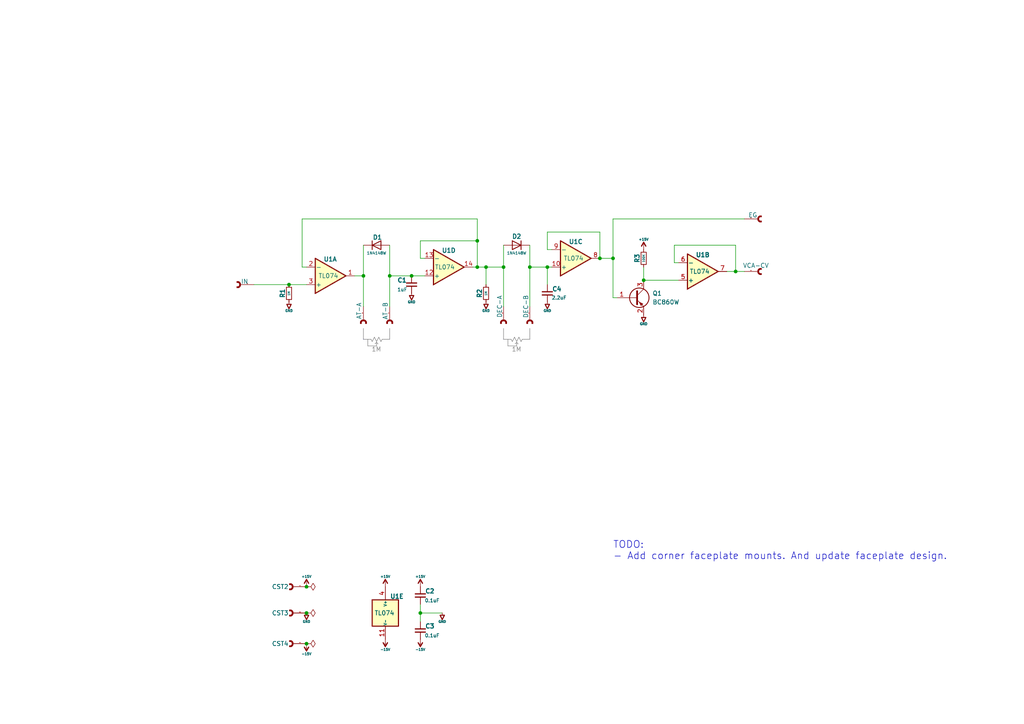
<source format=kicad_sch>
(kicad_sch (version 20250114) (generator "eeschema") (generator_version "9.0")
  (paper "A4")
  (title_block (title "CHIPz - Envelope Gate") (date "2025-11-22") (rev "B") (company "Circuit Monkey") (comment 1 "Based upon a Moog EG"))
  (lib_symbols
    (symbol "CM_Connector_Generic:cast-01" (in_bom no)
      (property "Reference" "CST" (at -5.08 0 0))
      (symbol "cast-01_1_1"
        (polyline (pts (xy -2.5 1) (xy -1.875 1) (xy -1.5 0.75) (xy -1.25 0.375) (xy -1.25 -0.375) (xy -1.5 -0.75) (xy -1.875 -1) (xy -2.5 -1) (xy -2.5 -0.5) (xy -2 -0.5) (xy -1.75 -0.25) (xy -1.75 0.25) (xy -2 0.5) (xy -2.5 0.5) (xy -2.5 1)) (stroke (width -0.0001) (color 194 0 0 1)) (fill (type color) (color 132 0 0 1)))
        (pin passive line (at 2.54 0 180) (length 3.81) (name "") (number "1"))
      )
    )
    (symbol "CM_Device:C" (pin_numbers (hide yes)) (pin_names (offset 0.254) (hide yes))
      (property "Reference" "C" (at 1.27 1.27 0))
      (property "Value" "xxuF" (at 1.2687 -1.4475 0))
      (symbol "C_1_1"
        (rectangle (start -1.6 0.633) (end 1.6 0.303) (stroke (width -0.0001)) (fill (type outline)))
        (rectangle (start -1.6 -0.3) (end 1.6 -0.63) (stroke (width -0.0001)) (fill (type outline)))
        (pin passive line (at 0 2.54 270) (length 2.032) (name "~") (number "1"))
        (pin passive line (at 0 -2.54 90) (length 2.032) (name "~") (number "2"))
      )
    )
    (symbol "CM_Device:R" (pin_numbers (hide yes)) (pin_names (offset 0.254) (hide yes))
      (property "Reference" "R" (at 1.875 0 90))
      (property "Value" "VAL" (at 0 0 90))
      (symbol "R_0_1"
        (rectangle (start -0.762 1.778) (end 0.762 -1.778) (stroke (width 0.2032)))
      )
      (symbol "R_1_1"
        (pin passive line (at 0 2.54 270) (length 0.762) (name "~") (number "1"))
        (pin passive line (at 0 -2.54 90) (length 0.762) (name "~") (number "2"))
      )
    )
    (symbol "CM_Op-Amp:TL074" (pin_names (offset 0.127))
      (property "Reference" "U" (at -0.561 4.6406 0))
      (property "Value" "TL074" (at 2.1652 -2.9799 0))
      (symbol "TL074_1_1"
        (polyline (pts (xy -3.81 5.08) (xy 5.08 0) (xy -3.81 -5.08) (xy -3.81 5.08)) (stroke (width 0.33)) (fill (type background)))
        (pin input line (at -6.35 2.54 0) (length 2.54) (name "+") (number "3"))
        (pin input line (at -6.35 -2.54 0) (length 2.54) (name "-") (number "2"))
        (pin output line (at 7.62 0 180) (length 2.54) (name "~") (number "1"))
      )
      (symbol "TL074_2_1"
        (polyline (pts (xy -3.81 5.08) (xy 5.08 0) (xy -3.81 -5.08) (xy -3.81 5.08)) (stroke (width 0.33)) (fill (type background)))
        (pin input line (at -6.35 2.54 0) (length 2.54) (name "+") (number "5"))
        (pin input line (at -6.35 -2.54 0) (length 2.54) (name "-") (number "6"))
        (pin output line (at 7.62 0 180) (length 2.54) (name "~") (number "7"))
      )
      (symbol "TL074_3_1"
        (polyline (pts (xy -3.81 5.08) (xy 5.08 0) (xy -3.81 -5.08) (xy -3.81 5.08)) (stroke (width 0.33)) (fill (type background)))
        (pin input line (at -6.35 2.54 0) (length 2.54) (name "+") (number "10"))
        (pin input line (at -6.35 -2.54 0) (length 2.54) (name "-") (number "9"))
        (pin output line (at 7.62 0 180) (length 2.54) (name "~") (number "8"))
      )
      (symbol "TL074_4_1"
        (polyline (pts (xy -3.81 5.08) (xy 5.08 0) (xy -3.81 -5.08) (xy -3.81 5.08)) (stroke (width 0.33)) (fill (type background)))
        (pin input line (at -6.35 2.54 0) (length 2.54) (name "+") (number "12"))
        (pin input line (at -6.35 -2.54 0) (length 2.54) (name "-") (number "13"))
        (pin output line (at 7.62 0 180) (length 2.54) (name "~") (number "14"))
      )
      (symbol "TL074_5_1"
        (rectangle (start -6.35 3.81) (end 1.27 -3.81) (stroke (width 0.33)) (fill (type background)))
        (pin power_in line (at -2.54 7.62 270) (length 3.81) (name "V+") (number "4"))
        (pin power_in line (at -2.54 -7.62 90) (length 3.81) (name "V-") (number "11"))
      )
    )
    (symbol "CM_power:+15V" (power) (pin_numbers (hide yes)) (pin_names (offset 0) (hide yes))
      (property "Value" "+15V" (at 0 2.5 0))
      (symbol "+15V_0_1"
        (polyline (pts (xy -0.625 1) (xy 0 2.125) (xy 0.625 1)) (stroke (width 0.33)))
        (polyline (pts (xy 0 0) (xy 0 2)))
      )
      (symbol "+15V_1_1"
        (pin power_in line (at 0 0 90) (length 0) (name "~") (number "1"))
      )
    )
    (symbol "CM_power:-15V" (power) (pin_numbers (hide yes)) (pin_names (offset 0) (hide yes))
      (property "Value" "-15V" (at 0 2.5 0))
      (symbol "-15V_0_1"
        (polyline (pts (xy -0.625 1) (xy 0 2.125) (xy 0.625 1)) (stroke (width 0.33)))
        (polyline (pts (xy -0.125 1.625) (xy 0.125 1.625)) (stroke (width 0.09)))
        (polyline (pts (xy -0.125 1.375) (xy 0.125 1.375)) (stroke (width 0.09)))
        (polyline (pts (xy -0.125 1.125) (xy 0.125 1.125)) (stroke (width 0.09)))
        (polyline (pts (xy 0 0) (xy 0 2)))
      )
      (symbol "-15V_1_1"
        (pin power_in line (at 0 0 90) (length 0) (name "~") (number "1"))
      )
    )
    (symbol "CM_power:GND" (power) (pin_numbers (hide yes)) (pin_names (offset 0) (hide yes))
      (property "Value" "GND" (at 0 -2.1 0))
      (symbol "GND_0_1"
        (polyline (pts (xy 0 -0.625) (xy 0 0)))
        (polyline (pts (xy 0 -0.635) (xy 0.635 -0.635) (xy 0 -1.905) (xy -0.635 -0.635) (xy 0 -0.635)) (stroke (width 0.3)))
      )
      (symbol "GND_1_1"
        (pin power_in line (at 0 0 270) (length 0) (name "~") (number "1"))
      )
    )
    (symbol "Diode:1N4148W" (pin_numbers (hide yes)) (pin_names (hide yes))
      (property "Reference" "D" (at 0 2.54 0))
      (property "Value" "1N4148W" (at 0 -2.54 0))
      (symbol "1N4148W_0_1"
        (polyline (pts (xy -1.27 1.27) (xy -1.27 -1.27)) (stroke (width 0.254)))
        (polyline (pts (xy 1.27 1.27) (xy 1.27 -1.27) (xy -1.27 0) (xy 1.27 1.27)) (stroke (width 0.254)))
        (polyline (pts (xy 1.27 0) (xy -1.27 0)))
      )
      (symbol "1N4148W_1_1"
        (pin passive line (at -3.81 0 0) (length 2.54) (name "K") (number "1"))
        (pin passive line (at 3.81 0 180) (length 2.54) (name "A") (number "2"))
      )
    )
    (symbol "Transistor_BJT:BC860W" (pin_names (offset 0) (hide yes))
      (property "Reference" "Q" (at 5.08 1.905 0))
      (property "Value" "BC860W" (at 5.08 0 0))
      (symbol "BC860W_0_1"
        (polyline (pts (xy -2.54 0) (xy 0.635 0)))
        (polyline (pts (xy 0.635 1.905) (xy 0.635 -1.905)) (stroke (width 0.508)))
        (polyline (pts (xy 0.635 0.635) (xy 2.54 2.54)))
        (polyline (pts (xy 0.635 -0.635) (xy 2.54 -2.54)))
        (circle (center 1.27 0) (radius 2.8194) (stroke (width 0.254)))
        (polyline (pts (xy 2.286 -1.778) (xy 1.778 -2.286) (xy 1.27 -1.27) (xy 2.286 -1.778)) (fill (type outline)))
      )
      (symbol "BC860W_1_1"
        (pin input line (at -5.08 0 0) (length 2.54) (name "B") (number "1"))
        (pin passive line (at 2.54 5.08 270) (length 2.54) (name "C") (number "3"))
        (pin passive line (at 2.54 -5.08 90) (length 2.54) (name "E") (number "2"))
      )
    )
    (symbol "power:PWR_FLAG" (power) (pin_numbers (hide yes)) (pin_names (offset 0) (hide yes))
      (property "Value" "PWR_FLAG" (at 0 3.81 0))
      (symbol "PWR_FLAG_0_0"
        (pin power_out line (at 0 0 90) (length 0) (name "~") (number "1"))
      )
      (symbol "PWR_FLAG_0_1"
        (polyline (pts (xy 0 0) (xy 0 1.27) (xy -1.016 1.905) (xy 0 2.54) (xy 1.016 1.905) (xy 0 1.27)))
      )
    )
  )
  (text "TODO:\n- Add corner faceplate mounts. And update faceplate design.\n" (at 177.8 162.56 0) (effects (font (size 2.032 2.032)) (justify left bottom)))
  (text "1M" (at 109.1771 101.5379 0) (effects (font (size 1.27 1.27))))
  (text "1M" (at 149.8171 101.5379 0) (effects (font (size 1.27 1.27))))
  (junction (at 186.69 81.28))
  (junction (at 213.36 78.74))
  (junction (at 119.38 80.01))
  (junction (at 138.43 77.47))
  (junction (at 173.99 74.93))
  (junction (at 105.41 80.01))
  (junction (at 146.05 77.47))
  (junction (at 140.97 77.47))
  (junction (at 158.75 77.47))
  (junction (at 113.03 80.01))
  (junction (at 121.92 177.8))
  (junction (at 83.82 82.55))
  (junction (at 138.43 69.85))
  (junction (at 88.9 170.18))
  (junction (at 88.9 177.8))
  (junction (at 88.9 186.69))
  (junction (at 153.67 77.47))
  (junction (at 177.8 74.93))
  (wire (pts (xy 213.36 78.74) (xy 210.82 78.74)))
  (wire (pts (xy 158.75 72.39) (xy 158.75 67.31)))
  (wire (pts (xy 158.75 77.47) (xy 160.02 77.47)))
  (polyline (pts (xy 109.8677 97.7933) (xy 110.49 99.06)) (stroke (width 0) (color 132 132 132 0.74)))
  (polyline (pts (xy 146.05 98.3888) (xy 146.0487 98.3888)))
  (wire (pts (xy 215.9 63.5) (xy 177.8 63.5)))
  (polyline (pts (xy 150.5077 97.7933) (xy 151.13 99.06)) (stroke (width 0) (color 132 132 132 0.74)))
  (wire (pts (xy 138.43 69.85) (xy 121.92 69.85)))
  (polyline (pts (xy 113.03 95.25) (xy 113.03 98.3944)) (stroke (width 0) (color 132 132 132 0.74)))
  (wire (pts (xy 105.41 80.01) (xy 105.41 88.9)))
  (wire (pts (xy 113.03 80.01) (xy 113.03 71.12)))
  (wire (pts (xy 160.02 72.39) (xy 158.75 72.39)))
  (polyline (pts (xy 109.2182 99.2921) (xy 109.22 100.33)) (stroke (width 0) (color 132 132 132 0.74)))
  (polyline (pts (xy 148.244 98.4103) (xy 146.0538 98.41)) (stroke (width 0) (color 132 132 132 0.74)))
  (polyline (pts (xy 149.8659 99.062) (xy 150.5077 97.7933)) (stroke (width 0) (color 132 132 132 0.74)))
  (polyline (pts (xy 149.4155 99.7374) (xy 149.8585 99.2869)) (stroke (width 0) (color 132 132 132 0.74)))
  (polyline (pts (xy 153.67 95.25) (xy 153.67 98.3944)) (stroke (width 0) (color 132 132 132 0.74)))
  (polyline (pts (xy 105.41 95.25) (xy 105.41 98.3888)) (stroke (width 0) (color 132 132 132 0.74)))
  (wire (pts (xy 121.92 177.8) (xy 121.92 180.34)))
  (wire (pts (xy 121.92 175.26) (xy 121.92 177.8)))
  (wire (pts (xy 140.97 77.47) (xy 140.97 82.55)))
  (wire (pts (xy 177.8 86.36) (xy 179.07 86.36)))
  (wire (pts (xy 186.69 81.28) (xy 196.85 81.28)))
  (wire (pts (xy 177.8 63.5) (xy 177.8 74.93)))
  (wire (pts (xy 173.99 74.93) (xy 177.8 74.93)))
  (polyline (pts (xy 108.7755 99.7374) (xy 109.2185 99.2869)) (stroke (width 0) (color 132 132 132 0.74)))
  (wire (pts (xy 113.03 80.01) (xy 119.38 80.01)))
  (wire (pts (xy 196.85 76.2) (xy 195.58 76.2)))
  (wire (pts (xy 195.58 71.12) (xy 213.36 71.12)))
  (wire (pts (xy 158.75 77.47) (xy 158.75 82.55)))
  (polyline (pts (xy 107.95 99.06) (xy 108.5916 97.7933)) (stroke (width 0) (color 132 132 132 0.74)))
  (wire (pts (xy 121.92 74.93) (xy 123.19 74.93)))
  (polyline (pts (xy 149.8582 99.2921) (xy 149.86 100.33)) (stroke (width 0) (color 132 132 132 0.74)))
  (polyline (pts (xy 146.05 95.25) (xy 146.05 98.3888)) (stroke (width 0) (color 132 132 132 0.74)))
  (polyline (pts (xy 148.2481 98.4103) (xy 148.59 99.06)) (stroke (width 0) (color 132 132 132 0.74)))
  (wire (pts (xy 87.63 77.47) (xy 88.9 77.47)))
  (polyline (pts (xy 147.32 100.33) (xy 149.86 100.33)) (stroke (width 0) (color 132 132 132 0.74)))
  (wire (pts (xy 121.92 69.85) (xy 121.92 74.93)))
  (wire (pts (xy 177.8 86.36) (xy 177.8 74.93)))
  (wire (pts (xy 186.69 77.47) (xy 186.69 81.28)))
  (wire (pts (xy 140.97 77.47) (xy 146.05 77.47)))
  (polyline (pts (xy 147.3164 98.4066) (xy 147.32 100.33)) (stroke (width 0) (color 132 132 132 0.74)))
  (wire (pts (xy 138.43 69.85) (xy 138.43 63.5)))
  (polyline (pts (xy 149.8585 99.2869) (xy 150.2866 99.7525)) (stroke (width 0) (color 132 132 132 0.74)))
  (polyline (pts (xy 106.6764 98.4066) (xy 106.68 100.33)) (stroke (width 0) (color 132 132 132 0.74)))
  (polyline (pts (xy 151.13 99.06) (xy 151.4894 98.4031)) (stroke (width 0) (color 132 132 132 0.74)))
  (wire (pts (xy 105.41 80.01) (xy 105.41 71.12)))
  (wire (pts (xy 173.99 67.31) (xy 173.99 74.93)))
  (polyline (pts (xy 109.2259 99.062) (xy 109.8677 97.7933)) (stroke (width 0) (color 132 132 132 0.74)))
  (wire (pts (xy 137.16 77.47) (xy 138.43 77.47)))
  (wire (pts (xy 73.66 82.55) (xy 83.82 82.55)))
  (wire (pts (xy 102.87 80.01) (xy 105.41 80.01)))
  (wire (pts (xy 138.43 63.5) (xy 87.63 63.5)))
  (polyline (pts (xy 153.67 98.3944) (xy 153.6707 98.3944)))
  (wire (pts (xy 158.75 67.31) (xy 173.99 67.31)))
  (wire (pts (xy 153.67 71.12) (xy 153.67 77.47)))
  (wire (pts (xy 138.43 77.47) (xy 140.97 77.47)))
  (polyline (pts (xy 106.68 100.33) (xy 109.22 100.33)) (stroke (width 0) (color 132 132 132 0.74)))
  (wire (pts (xy 113.03 88.9) (xy 113.03 80.01)))
  (wire (pts (xy 213.36 78.74) (xy 215.9 78.74)))
  (wire (pts (xy 146.05 71.12) (xy 146.05 77.47)))
  (wire (pts (xy 195.58 76.2) (xy 195.58 71.12)))
  (polyline (pts (xy 153.6799 98.4038) (xy 151.4894 98.4031)) (stroke (width 0) (color 132 132 132 0.74)))
  (wire (pts (xy 87.63 63.5) (xy 87.63 77.47)))
  (polyline (pts (xy 107.6081 98.4103) (xy 107.95 99.06)) (stroke (width 0) (color 132 132 132 0.74)))
  (polyline (pts (xy 109.2185 99.2869) (xy 109.6466 99.7525)) (stroke (width 0) (color 132 132 132 0.74)))
  (polyline (pts (xy 148.59 99.06) (xy 149.2316 97.7933)) (stroke (width 0) (color 132 132 132 0.74)))
  (wire (pts (xy 138.43 77.47) (xy 138.43 69.85)))
  (polyline (pts (xy 113.03 98.3944) (xy 113.0307 98.3944)))
  (polyline (pts (xy 149.2316 97.7933) (xy 149.8659 99.062)) (stroke (width 0) (color 132 132 132 0.74)))
  (polyline (pts (xy 108.5916 97.7933) (xy 109.2259 99.062)) (stroke (width 0) (color 132 132 132 0.74)))
  (wire (pts (xy 119.38 80.01) (xy 123.19 80.01)))
  (wire (pts (xy 83.82 82.55) (xy 88.9 82.55)))
  (polyline (pts (xy 107.604 98.4103) (xy 105.4138 98.41)) (stroke (width 0) (color 132 132 132 0.74)))
  (polyline (pts (xy 113.0399 98.4038) (xy 110.8494 98.4031)) (stroke (width 0) (color 132 132 132 0.74)))
  (wire (pts (xy 213.36 71.12) (xy 213.36 78.74)))
  (wire (pts (xy 153.67 88.9) (xy 153.67 77.47)))
  (wire (pts (xy 121.92 177.8) (xy 128.27 177.8)))
  (wire (pts (xy 146.05 77.47) (xy 146.05 88.9)))
  (polyline (pts (xy 110.49 99.06) (xy 110.8494 98.4031)) (stroke (width 0) (color 132 132 132 0.74)))
  (polyline (pts (xy 105.41 98.3888) (xy 105.4087 98.3888)))
  (wire (pts (xy 153.67 77.47) (xy 158.75 77.47)))
  (symbol (lib_id "CM_Connector_Generic:cast-01") (at 86.36 177.8 0) (unit 1) (in_bom no)
    (property "Reference" "CST3" (at 81.28 177.8 0))
    (property "Value" "GND" (effects (hide yes)))
    (property "Footprint" "CM_Connector_Castelated:cast-2.0-01P" (effects (hide yes)))
    (property "Description" "Castelated PCB Edge - 2.0mm - 1P" (effects (hide yes)))
  )
  (symbol (lib_id "CM_Device:R") (at 186.69 74.93 0) (mirror y) (unit 1)
    (property "Reference" "R3" (at 184.815 74.93 90) (effects (font (thickness 0.254) (bold yes))))
    (property "Value" "100K" (at 186.69 74.93 90) (effects (font (size 0.6 0.6) (thickness 0.0875))))
    (property "Footprint" "CM_Resistor_Capacitor:R_0603_1608Metric" (effects (hide yes)))
    (property "Description" "Resistor, symbol" (effects (hide yes)))
  )
  (symbol (lib_id "CM_Op-Amp:TL074") (at 95.25 80.01 0) (mirror x) (unit 1)
    (property "Reference" "U1" (at 93.726 75.184 0) (effects (font (thickness 0.254) (bold yes)) (justify left)))
    (property "Value" "TL074" (at 95.25 80.01 0))
    (property "Footprint" "Package_SO:SO-14_3.9x8.65mm_P1.27mm" (effects (hide yes)))
    (property "Datasheet" "http://www.ti.com/lit/ds/symlink/tl071.pdf" (effects (hide yes)))
    (property "Description" "Quad Low-Noise JFET-Input Operational Amplifiers, DIP-14/SOIC-14" (effects (hide yes)))
    (property "MPN" "TL074HIDR" (effects (hide yes)))
    (property "MFR" "Texas Instruments" (effects (hide yes)))
  )
  (symbol (lib_id "CM_power:GND") (at 119.38 85.09 0) (unit 1)
    (property "Reference" "#PWR07" (effects (hide yes)))
    (property "Value" "GND" (at 119.38 87.19 0) (effects (font (size 0.7 0.7)) (justify top)))
    (property "Description" "Power symbol creates a global label with name \"GND\" , ground" (effects (hide yes)))
  )
  (symbol (lib_id "CM_Connector_Generic:cast-01") (at 113.03 91.44 90) (unit 1) (in_bom no)
    (property "Reference" "CST6" (effects (hide yes)))
    (property "Value" "AT-B" (at 111.76 90.17 0))
    (property "Footprint" "CM_Connector_Castelated:cast-2.0-01P" (effects (hide yes)))
    (property "Description" "Castelated PCB Edge - 2.0mm - 1P" (effects (hide yes)))
  )
  (symbol (lib_id "CM_Connector_Generic:cast-01") (at 218.44 78.74 180) (unit 1) (in_bom no)
    (property "Reference" "CST10" (effects (hide yes)))
    (property "Value" "VCA-CV" (at 219.2433 77.0137 0))
    (property "Footprint" "CM_Connector_Castelated:cast-2.0-01P" (effects (hide yes)))
    (property "Description" "Castelated PCB Edge - 2.0mm - 1P" (effects (hide yes)))
  )
  (symbol (lib_id "CM_power:GND") (at 158.75 87.63 0) (unit 1)
    (property "Reference" "#PWR012" (effects (hide yes)))
    (property "Value" "GND" (at 158.75 89.73 0) (effects (font (size 0.7 0.7)) (justify top)))
    (property "Description" "Power symbol creates a global label with name \"GND\" , ground" (effects (hide yes)))
  )
  (symbol (lib_id "CM_power:GND") (at 83.82 87.63 0) (unit 1)
    (property "Reference" "#PWR01" (effects (hide yes)))
    (property "Value" "GND" (at 83.82 89.73 0) (effects (font (size 0.7 0.7)) (justify top)))
    (property "Description" "Power symbol creates a global label with name \"GND\" , ground" (effects (hide yes)))
  )
  (symbol (lib_id "CM_Device:C") (at 121.92 172.72 0) (unit 1)
    (property "Reference" "C2" (at 123.19 171.45 0) (effects (font (thickness 0.254) (bold yes)) (justify left)))
    (property "Value" "0.1uF" (at 123.1887 174.1675 0) (effects (font (size 1 1)) (justify left)))
    (property "Footprint" "CM_Resistor_Capacitor:C_0603_1608Metric" (effects (hide yes)))
    (property "Description" "Unpolarized capacitor, small symbol" (effects (hide yes)))
  )
  (symbol (lib_id "CM_power:-15V") (at 121.92 185.42 180) (unit 1)
    (property "Reference" "#PWR09" (effects (hide yes)))
    (property "Value" "-15V" (at 121.92 187.92 0) (effects (font (size 0.7 0.7) (thickness 0.14) (bold yes)) (justify bottom)))
    (property "Description" "Power symbol creates a global label with name \"-15V\"" (effects (hide yes)))
  )
  (symbol (lib_id "CM_power:+15V") (at 121.92 170.18 0) (unit 1)
    (property "Reference" "#PWR08" (effects (hide yes)))
    (property "Value" "+15V" (at 121.92 167.68 0) (effects (font (size 0.7 0.7) (thickness 0.14) (bold yes)) (justify bottom)))
    (property "Description" "Power symbol creates a global label with name \"+15V\"" (effects (hide yes)))
  )
  (symbol (lib_id "CM_power:+15V") (at 186.69 72.39 0) (unit 1)
    (property "Reference" "#PWR013" (effects (hide yes)))
    (property "Value" "+15V" (at 186.69 69.89 0) (effects (font (size 0.7 0.7) (thickness 0.14) (bold yes)) (justify bottom)))
    (property "Description" "Power symbol creates a global label with name \"+15V\"" (effects (hide yes)))
  )
  (symbol (lib_id "CM_Connector_Generic:cast-01") (at 153.67 91.44 90) (unit 1) (in_bom no)
    (property "Reference" "CST8" (effects (hide yes)))
    (property "Value" "DEC-B" (at 152.533 88.9 0))
    (property "Footprint" "CM_Connector_Castelated:cast-2.0-01P" (effects (hide yes)))
    (property "Description" "Castelated PCB Edge - 2.0mm - 1P" (effects (hide yes)))
  )
  (symbol (lib_id "CM_Connector_Generic:cast-01") (at 218.44 63.5 180) (unit 1) (in_bom no)
    (property "Reference" "CST9" (effects (hide yes)))
    (property "Value" "EG" (at 218.3532 62.38 0))
    (property "Footprint" "CM_Connector_Castelated:cast-2.0-01P" (effects (hide yes)))
    (property "Description" "Castelated PCB Edge - 2.0mm - 1P" (effects (hide yes)))
  )
  (symbol (lib_id "CM_power:GND") (at 140.97 87.63 0) (unit 1)
    (property "Reference" "#PWR011" (effects (hide yes)))
    (property "Value" "GND" (at 140.97 89.73 0) (effects (font (size 0.7 0.7)) (justify top)))
    (property "Description" "Power symbol creates a global label with name \"GND\" , ground" (effects (hide yes)))
  )
  (symbol (lib_id "power:PWR_FLAG") (at 88.9 177.8 270) (unit 1)
    (property "Reference" "#FLG02" (effects (hide yes)))
    (property "Value" "PWR_FLAG" (effects (hide yes)))
    (property "Description" "Special symbol for telling ERC where power comes from" (effects (hide yes)))
  )
  (symbol (lib_id "Diode:1N4148W") (at 109.22 71.12 0) (unit 1)
    (property "Reference" "D1" (at 109.474 68.834 0) (effects (font (thickness 0.254) (bold yes))))
    (property "Value" "1N4148W" (at 109.22 73.406 0) (effects (font (size 0.8 0.8))))
    (property "Footprint" "Diode_SMD:D_SOD-123" (effects (hide yes)))
    (property "Datasheet" "https://www.vishay.com/docs/85748/1n4148w.pdf" (effects (hide yes)))
    (property "Description" "75V 0.15A Fast Switching Diode, SOD-123" (effects (hide yes)))
    (property "Sim.Device" "D" (effects (hide yes)))
    (property "Sim.Pins" "1=K 2=A" (effects (hide yes)))
  )
  (symbol (lib_id "CM_Device:C") (at 158.75 85.09 0) (mirror y) (unit 1)
    (property "Reference" "C4" (at 160.02 83.82 0) (effects (font (thickness 0.254) (bold yes)) (justify right)))
    (property "Value" "2.2uF" (at 160.02 86.36 0) (effects (font (size 1 1)) (justify right)))
    (property "Footprint" "CM_Resistor_Capacitor:C_0603_1608Metric" (effects (hide yes)))
    (property "Description" "Unpolarized capacitor, small symbol" (effects (hide yes)))
  )
  (symbol (lib_id "Diode:1N4148W") (at 149.86 71.12 0) (mirror y) (unit 1)
    (property "Reference" "D2" (at 149.86 68.58 0) (effects (font (thickness 0.254) (bold yes))))
    (property "Value" "1N4148W" (at 149.86 73.406 0) (effects (font (size 0.8 0.8))))
    (property "Footprint" "Diode_SMD:D_SOD-123" (effects (hide yes)))
    (property "Datasheet" "https://www.vishay.com/docs/85748/1n4148w.pdf" (effects (hide yes)))
    (property "Description" "75V 0.15A Fast Switching Diode, SOD-123" (effects (hide yes)))
    (property "Sim.Device" "D" (effects (hide yes)))
    (property "Sim.Pins" "1=K 2=A" (effects (hide yes)))
  )
  (symbol (lib_id "CM_power:-15V") (at 111.76 185.42 180) (unit 1)
    (property "Reference" "#PWR06" (effects (hide yes)))
    (property "Value" "-15V" (at 111.76 187.92 0) (effects (font (size 0.7 0.7) (thickness 0.14) (bold yes)) (justify bottom)))
    (property "Description" "Power symbol creates a global label with name \"-15V\"" (effects (hide yes)))
  )
  (symbol (lib_id "CM_Device:R") (at 140.97 85.09 0) (mirror y) (unit 1)
    (property "Reference" "R2" (at 139.095 85.09 90) (effects (font (thickness 0.254) (bold yes))))
    (property "Value" "1M" (at 140.97 85.09 90) (effects (font (size 0.6 0.6) (thickness 0.0875))))
    (property "Footprint" "CM_Resistor_Capacitor:R_0603_1608Metric" (effects (hide yes)))
    (property "Description" "Resistor, symbol" (effects (hide yes)))
  )
  (symbol (lib_id "CM_Device:C") (at 119.38 82.55 0) (mirror y) (unit 1)
    (property "Reference" "C1" (at 118.11 81.28 0) (effects (font (thickness 0.254) (bold yes)) (justify left)))
    (property "Value" "1uF" (at 118.1113 83.9975 0) (effects (font (size 1 1)) (justify left)))
    (property "Footprint" "CM_Resistor_Capacitor:C_0603_1608Metric" (effects (hide yes)))
    (property "Description" "Unpolarized capacitor, small symbol" (effects (hide yes)))
  )
  (symbol (lib_id "CM_Device:C") (at 121.92 182.88 0) (unit 1)
    (property "Reference" "C3" (at 123.19 181.61 0) (effects (font (thickness 0.254) (bold yes)) (justify left)))
    (property "Value" "0.1uF" (at 123.1887 184.3275 0) (effects (font (size 1 1)) (justify left)))
    (property "Footprint" "CM_Resistor_Capacitor:C_0603_1608Metric" (effects (hide yes)))
    (property "Description" "Unpolarized capacitor, small symbol" (effects (hide yes)))
  )
  (symbol (lib_id "CM_Op-Amp:TL074") (at 166.37 74.93 0) (mirror x) (unit 3)
    (property "Reference" "U1" (at 164.846 70.104 0) (effects (font (thickness 0.254) (bold yes)) (justify left)))
    (property "Value" "TL074" (at 166.37 74.93 0))
    (property "Footprint" "Package_SO:SO-14_3.9x8.65mm_P1.27mm" (effects (hide yes)))
    (property "Datasheet" "http://www.ti.com/lit/ds/symlink/tl071.pdf" (effects (hide yes)))
    (property "Description" "Quad Low-Noise JFET-Input Operational Amplifiers, DIP-14/SOIC-14" (effects (hide yes)))
    (property "MPN" "TL074HIDR" (effects (hide yes)))
    (property "MFR" "Texas Instruments" (effects (hide yes)))
  )
  (symbol (lib_id "CM_Connector_Generic:cast-01") (at 105.41 91.44 90) (unit 1) (in_bom no)
    (property "Reference" "CST5" (effects (hide yes)))
    (property "Value" "AT-A" (at 104.14 90.17 0))
    (property "Footprint" "CM_Connector_Castelated:cast-2.0-01P" (effects (hide yes)))
    (property "Description" "Castelated PCB Edge - 2.0mm - 1P" (effects (hide yes)))
  )
  (symbol (lib_id "Transistor_BJT:BC860W") (at 184.15 86.36 0) (unit 1)
    (property "Reference" "Q1" (at 189.23 85.0899 0) (effects (justify left)))
    (property "Value" "BC860W" (at 189.23 87.6299 0) (effects (justify left)))
    (property "Footprint" "Package_TO_SOT_SMD:SOT-323_SC-70" (effects (hide yes)))
    (property "Datasheet" "http://www.infineon.com/dgdl/Infineon-BC857SERIES_BC858SERIES_BC859SERIES_BC860SERIES-DS-v01_01-en.pdf?fileId=db3a304314dca389011541da0e3a1661" (effects (hide yes)))
    (property "Description" "0.1A Ic, 45V Vce, PNP Small Signal Transistor, SOT-323" (effects (hide yes)))
  )
  (symbol (lib_id "CM_power:GND") (at 88.9 177.8 0) (unit 1)
    (property "Reference" "#PWR03" (effects (hide yes)))
    (property "Value" "GND" (at 88.9 179.9 0) (effects (font (size 0.7 0.7)) (justify top)))
    (property "Description" "Power symbol creates a global label with name \"GND\" , ground" (effects (hide yes)))
  )
  (symbol (lib_id "CM_power:+15V") (at 88.9 170.18 0) (unit 1)
    (property "Reference" "#PWR02" (effects (hide yes)))
    (property "Value" "+15V" (at 88.9 167.68 0) (effects (font (size 0.7 0.7) (thickness 0.14) (bold yes)) (justify bottom)))
    (property "Description" "Power symbol creates a global label with name \"+15V\"" (effects (hide yes)))
  )
  (symbol (lib_id "CM_Device:R") (at 83.82 85.09 0) (mirror y) (unit 1)
    (property "Reference" "R1" (at 81.945 85.09 90) (effects (font (thickness 0.254) (bold yes))))
    (property "Value" "1M" (at 83.82 85.09 90) (effects (font (size 0.6 0.6) (thickness 0.0875))))
    (property "Footprint" "CM_Resistor_Capacitor:R_0603_1608Metric" (effects (hide yes)))
    (property "Description" "Resistor, symbol" (effects (hide yes)))
  )
  (symbol (lib_id "CM_Op-Amp:TL074") (at 114.3 177.8 0) (unit 5)
    (property "Reference" "U1" (at 113.03 172.974 0) (effects (font (thickness 0.254) (bold yes)) (justify left)))
    (property "Value" "TL074" (at 111.506 177.8 0))
    (property "Footprint" "Package_SO:SO-14_3.9x8.65mm_P1.27mm" (effects (hide yes)))
    (property "Datasheet" "http://www.ti.com/lit/ds/symlink/tl071.pdf" (effects (hide yes)))
    (property "Description" "Quad Low-Noise JFET-Input Operational Amplifiers, DIP-14/SOIC-14" (effects (hide yes)))
    (property "MPN" "TL074HIDR" (effects (hide yes)))
    (property "MFR" "Texas Instruments" (effects (hide yes)))
  )
  (symbol (lib_id "CM_Connector_Generic:cast-01") (at 86.36 186.69 0) (unit 1) (in_bom no)
    (property "Reference" "CST4" (at 81.28 186.69 0))
    (property "Value" "-V" (effects (hide yes)))
    (property "Footprint" "CM_Connector_Castelated:cast-2.0-01P" (effects (hide yes)))
    (property "Description" "Castelated PCB Edge - 2.0mm - 1P" (effects (hide yes)))
  )
  (symbol (lib_id "CM_Connector_Generic:cast-01") (at 71.12 82.55 0) (unit 1) (in_bom no)
    (property "Reference" "CST1" (effects (hide yes)))
    (property "Value" "IN" (at 70.9544 81.6487 0))
    (property "Footprint" "CM_Connector_Castelated:cast-2.0-01P" (effects (hide yes)))
    (property "Description" "Castelated PCB Edge - 2.0mm - 1P" (effects (hide yes)))
  )
  (symbol (lib_id "power:PWR_FLAG") (at 88.9 186.69 270) (unit 1)
    (property "Reference" "#FLG03" (effects (hide yes)))
    (property "Value" "PWR_FLAG" (effects (hide yes)))
    (property "Description" "Special symbol for telling ERC where power comes from" (effects (hide yes)))
  )
  (symbol (lib_id "CM_Connector_Generic:cast-01") (at 146.05 91.44 90) (unit 1) (in_bom no)
    (property "Reference" "CST7" (effects (hide yes)))
    (property "Value" "DEC-A" (at 144.913 88.9 0))
    (property "Footprint" "CM_Connector_Castelated:cast-2.0-01P" (effects (hide yes)))
    (property "Description" "Castelated PCB Edge - 2.0mm - 1P" (effects (hide yes)))
  )
  (symbol (lib_id "power:PWR_FLAG") (at 88.9 170.18 270) (unit 1)
    (property "Reference" "#FLG01" (effects (hide yes)))
    (property "Value" "PWR_FLAG" (effects (hide yes)))
    (property "Description" "Special symbol for telling ERC where power comes from" (effects (hide yes)))
  )
  (symbol (lib_id "CM_Connector_Generic:cast-01") (at 86.36 170.18 0) (unit 1) (in_bom no)
    (property "Reference" "CST2" (at 81.28 170.18 0))
    (property "Value" "+V" (effects (hide yes)))
    (property "Footprint" "CM_Connector_Castelated:cast-2.0-01P" (effects (hide yes)))
    (property "Description" "Castelated PCB Edge - 2.0mm - 1P" (effects (hide yes)))
  )
  (symbol (lib_id "CM_power:+15V") (at 111.76 170.18 0) (unit 1)
    (property "Reference" "#PWR05" (effects (hide yes)))
    (property "Value" "+15V" (at 111.76 167.68 0) (effects (font (size 0.7 0.7) (thickness 0.14) (bold yes)) (justify bottom)))
    (property "Description" "Power symbol creates a global label with name \"+15V\"" (effects (hide yes)))
  )
  (symbol (lib_id "CM_Op-Amp:TL074") (at 129.54 77.47 0) (mirror x) (unit 4)
    (property "Reference" "U1" (at 128.016 72.644 0) (effects (font (thickness 0.254) (bold yes)) (justify left)))
    (property "Value" "TL074" (at 129.032 77.47 0))
    (property "Footprint" "Package_SO:SO-14_3.9x8.65mm_P1.27mm" (effects (hide yes)))
    (property "Datasheet" "http://www.ti.com/lit/ds/symlink/tl071.pdf" (effects (hide yes)))
    (property "Description" "Quad Low-Noise JFET-Input Operational Amplifiers, DIP-14/SOIC-14" (effects (hide yes)))
    (property "MPN" "TL074HIDR" (effects (hide yes)))
    (property "MFR" "Texas Instruments" (effects (hide yes)))
  )
  (symbol (lib_id "CM_Op-Amp:TL074") (at 203.2 78.74 0) (mirror x) (unit 2)
    (property "Reference" "U1" (at 201.676 73.914 0) (effects (font (thickness 0.254) (bold yes)) (justify left)))
    (property "Value" "TL074" (at 202.946 78.74 0))
    (property "Footprint" "Package_SO:SO-14_3.9x8.65mm_P1.27mm" (effects (hide yes)))
    (property "Datasheet" "http://www.ti.com/lit/ds/symlink/tl071.pdf" (effects (hide yes)))
    (property "Description" "Quad Low-Noise JFET-Input Operational Amplifiers, DIP-14/SOIC-14" (effects (hide yes)))
    (property "MPN" "TL074HIDR" (effects (hide yes)))
    (property "MFR" "Texas Instruments" (effects (hide yes)))
  )
  (symbol (lib_id "CM_power:-15V") (at 88.9 186.69 180) (unit 1)
    (property "Reference" "#PWR04" (effects (hide yes)))
    (property "Value" "-15V" (at 88.9 189.19 0) (effects (font (size 0.7 0.7) (thickness 0.14) (bold yes)) (justify bottom)))
    (property "Description" "Power symbol creates a global label with name \"-15V\"" (effects (hide yes)))
  )
  (symbol (lib_id "CM_power:GND") (at 186.69 91.44 0) (unit 1)
    (property "Reference" "#PWR014" (effects (hide yes)))
    (property "Value" "GND" (at 186.69 93.54 0) (effects (font (size 0.7 0.7)) (justify top)))
    (property "Description" "Power symbol creates a global label with name \"GND\" , ground" (effects (hide yes)))
  )
  (symbol (lib_id "CM_power:GND") (at 128.27 177.8 0) (unit 1)
    (property "Reference" "#PWR010" (effects (hide yes)))
    (property "Value" "GND" (at 128.27 179.9 0) (effects (font (size 0.7 0.7)) (justify top)))
    (property "Description" "Power symbol creates a global label with name \"GND\" , ground" (effects (hide yes)))
  )
)
</source>
